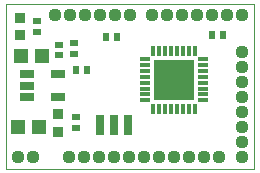
<source format=gts>
G75*
G70*
%OFA0B0*%
%FSLAX24Y24*%
%IPPOS*%
%LPD*%
%AMOC8*
5,1,8,0,0,1.08239X$1,22.5*
%
%ADD10C,0.0000*%
%ADD11R,0.0360X0.0160*%
%ADD12R,0.0160X0.0360*%
%ADD13R,0.1320X0.1320*%
%ADD14R,0.0237X0.0276*%
%ADD15R,0.0276X0.0237*%
%ADD16R,0.0512X0.0257*%
%ADD17R,0.0453X0.0465*%
%ADD18R,0.0316X0.0709*%
%ADD19R,0.0355X0.0355*%
%ADD20C,0.0440*%
D10*
X000383Y000420D02*
X000383Y005931D01*
X008650Y005931D01*
X008650Y000420D01*
X000383Y000420D01*
D11*
X005003Y002702D03*
X005003Y002902D03*
X005003Y003092D03*
X005003Y003292D03*
X005003Y003492D03*
X005003Y003692D03*
X005003Y003882D03*
X005003Y004082D03*
X006943Y004082D03*
X006943Y003882D03*
X006943Y003692D03*
X006943Y003492D03*
X006943Y003292D03*
X006943Y003092D03*
X006943Y002902D03*
X006943Y002702D03*
D12*
X006663Y002422D03*
X006463Y002422D03*
X006273Y002422D03*
X006073Y002422D03*
X005873Y002422D03*
X005673Y002422D03*
X005483Y002422D03*
X005283Y002422D03*
X005283Y004362D03*
X005483Y004362D03*
X005673Y004362D03*
X005873Y004362D03*
X006073Y004362D03*
X006273Y004362D03*
X006463Y004362D03*
X006663Y004362D03*
D13*
X005973Y003392D03*
D14*
X004064Y004829D03*
X003709Y004829D03*
X003080Y003727D03*
X002725Y003727D03*
X007253Y004868D03*
X007607Y004868D03*
D15*
X002646Y004613D03*
X002646Y004258D03*
X002135Y004199D03*
X002135Y004553D03*
X001406Y004987D03*
X001406Y005341D03*
X002706Y002132D03*
X002706Y001778D03*
D16*
X002115Y002821D03*
X001091Y002821D03*
X001091Y003195D03*
X001091Y003569D03*
X002115Y003569D03*
D17*
X001574Y004179D03*
X000885Y004179D03*
X000786Y001817D03*
X001475Y001817D03*
D18*
X003493Y001896D03*
X003965Y001896D03*
X004438Y001896D03*
D19*
X002115Y001660D03*
X002115Y002250D03*
X000835Y004868D03*
X000835Y005459D03*
D20*
X002007Y005538D03*
X002507Y005538D03*
X003007Y005538D03*
X003507Y005538D03*
X004007Y005538D03*
X004507Y005538D03*
X005257Y005538D03*
X005757Y005538D03*
X006257Y005538D03*
X006757Y005538D03*
X007257Y005538D03*
X007757Y005538D03*
X008257Y005538D03*
X008257Y004313D03*
X008257Y003813D03*
X008257Y003313D03*
X008257Y002813D03*
X008257Y002313D03*
X008257Y001813D03*
X008257Y001313D03*
X008257Y000813D03*
X007489Y000813D03*
X006989Y000813D03*
X006489Y000813D03*
X005989Y000813D03*
X005489Y000813D03*
X004989Y000813D03*
X004489Y000813D03*
X003989Y000813D03*
X003489Y000813D03*
X002989Y000813D03*
X002489Y000813D03*
X001282Y000813D03*
X000782Y000813D03*
M02*

</source>
